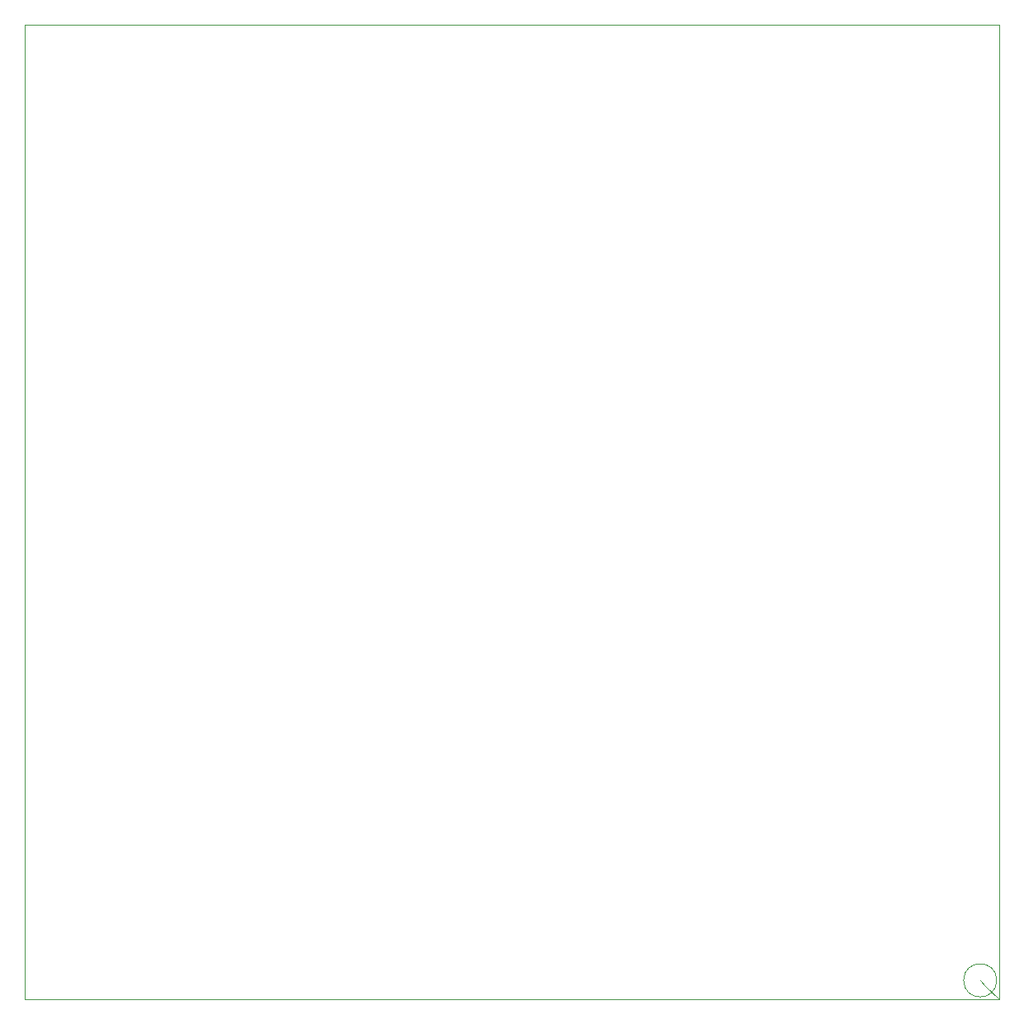
<source format=gbr>
%TF.GenerationSoftware,KiCad,Pcbnew,(5.1.10)-1*%
%TF.CreationDate,2022-11-10T21:57:10-03:00*%
%TF.ProjectId,potenciostato,706f7465-6e63-4696-9f73-7461746f2e6b,rev?*%
%TF.SameCoordinates,Original*%
%TF.FileFunction,Profile,NP*%
%FSLAX46Y46*%
G04 Gerber Fmt 4.6, Leading zero omitted, Abs format (unit mm)*
G04 Created by KiCad (PCBNEW (5.1.10)-1) date 2022-11-10 21:57:10*
%MOMM*%
%LPD*%
G01*
G04 APERTURE LIST*
%TA.AperFunction,Profile*%
%ADD10C,0.050000*%
%TD*%
G04 APERTURE END LIST*
D10*
X217806187Y-154876500D02*
G75*
G03*
X217806187Y-154876500I-1699687J0D01*
G01*
X216662000Y-155432000D02*
X216106500Y-154876500D01*
X218060000Y-156830000D02*
X216662000Y-155432000D01*
X118060000Y-56830000D02*
X118060000Y-156830000D01*
X118060000Y-156830000D02*
X218060000Y-156830000D01*
X218060000Y-56830000D02*
X218060000Y-156830000D01*
X118060000Y-56830000D02*
X218060000Y-56830000D01*
M02*

</source>
